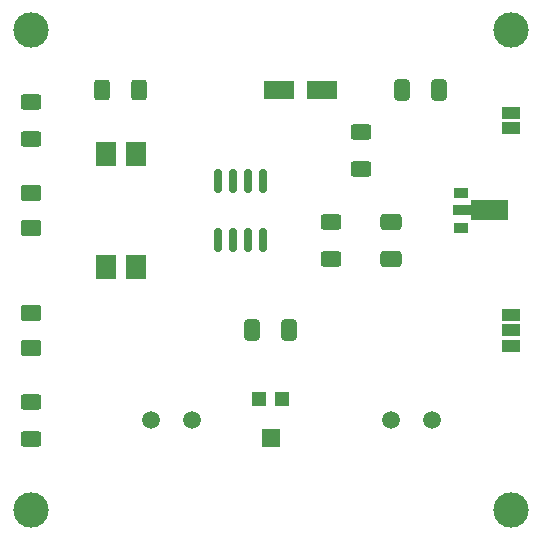
<source format=gts>
G04 #@! TF.GenerationSoftware,KiCad,Pcbnew,(6.0.6)*
G04 #@! TF.CreationDate,2023-01-14T11:23:39-07:00*
G04 #@! TF.ProjectId,PFCBoard,50464342-6f61-4726-942e-6b696361645f,rev?*
G04 #@! TF.SameCoordinates,Original*
G04 #@! TF.FileFunction,Soldermask,Top*
G04 #@! TF.FilePolarity,Negative*
%FSLAX46Y46*%
G04 Gerber Fmt 4.6, Leading zero omitted, Abs format (unit mm)*
G04 Created by KiCad (PCBNEW (6.0.6)) date 2023-01-14 11:23:39*
%MOMM*%
%LPD*%
G01*
G04 APERTURE LIST*
G04 Aperture macros list*
%AMRoundRect*
0 Rectangle with rounded corners*
0 $1 Rounding radius*
0 $2 $3 $4 $5 $6 $7 $8 $9 X,Y pos of 4 corners*
0 Add a 4 corners polygon primitive as box body*
4,1,4,$2,$3,$4,$5,$6,$7,$8,$9,$2,$3,0*
0 Add four circle primitives for the rounded corners*
1,1,$1+$1,$2,$3*
1,1,$1+$1,$4,$5*
1,1,$1+$1,$6,$7*
1,1,$1+$1,$8,$9*
0 Add four rect primitives between the rounded corners*
20,1,$1+$1,$2,$3,$4,$5,0*
20,1,$1+$1,$4,$5,$6,$7,0*
20,1,$1+$1,$6,$7,$8,$9,0*
20,1,$1+$1,$8,$9,$2,$3,0*%
%AMFreePoly0*
4,1,9,3.862500,-0.866500,0.737500,-0.866500,0.737500,-0.450000,-0.737500,-0.450000,-0.737500,0.450000,0.737500,0.450000,0.737500,0.866500,3.862500,0.866500,3.862500,-0.866500,3.862500,-0.866500,$1*%
G04 Aperture macros list end*
%ADD10C,3.000000*%
%ADD11R,1.500000X1.000000*%
%ADD12RoundRect,0.250000X0.412500X0.650000X-0.412500X0.650000X-0.412500X-0.650000X0.412500X-0.650000X0*%
%ADD13RoundRect,0.250000X-0.625000X0.400000X-0.625000X-0.400000X0.625000X-0.400000X0.625000X0.400000X0*%
%ADD14RoundRect,0.250000X0.650000X-0.412500X0.650000X0.412500X-0.650000X0.412500X-0.650000X-0.412500X0*%
%ADD15R,1.200000X1.200000*%
%ADD16R,1.600000X1.500000*%
%ADD17RoundRect,0.250000X-1.050000X-0.550000X1.050000X-0.550000X1.050000X0.550000X-1.050000X0.550000X0*%
%ADD18C,1.500000*%
%ADD19R,1.780000X2.000000*%
%ADD20RoundRect,0.250000X0.400000X0.625000X-0.400000X0.625000X-0.400000X-0.625000X0.400000X-0.625000X0*%
%ADD21RoundRect,0.250001X-0.624999X0.462499X-0.624999X-0.462499X0.624999X-0.462499X0.624999X0.462499X0*%
%ADD22RoundRect,0.250001X0.624999X-0.462499X0.624999X0.462499X-0.624999X0.462499X-0.624999X-0.462499X0*%
%ADD23RoundRect,0.150000X-0.150000X0.825000X-0.150000X-0.825000X0.150000X-0.825000X0.150000X0.825000X0*%
%ADD24R,1.300000X0.900000*%
%ADD25FreePoly0,0.000000*%
G04 APERTURE END LIST*
D10*
X205740000Y-127000000D03*
D11*
X205740000Y-110460000D03*
X205740000Y-111760000D03*
X205740000Y-113060000D03*
D12*
X199682500Y-91440000D03*
X196557500Y-91440000D03*
D13*
X165100000Y-117830000D03*
X165100000Y-120930000D03*
D10*
X165100000Y-127000000D03*
D13*
X165100000Y-92430000D03*
X165100000Y-95530000D03*
D10*
X205740000Y-86360000D03*
D14*
X195580000Y-105702500D03*
X195580000Y-102577500D03*
D15*
X186420000Y-117580000D03*
D16*
X185420000Y-120830000D03*
D15*
X184420000Y-117580000D03*
D17*
X186160000Y-91440000D03*
X189760000Y-91440000D03*
D18*
X195580000Y-119380000D03*
X199080000Y-119380000D03*
D19*
X173990000Y-96835000D03*
X171450000Y-96835000D03*
X171450000Y-106365000D03*
X173990000Y-106365000D03*
D10*
X165100000Y-86360000D03*
D13*
X193040000Y-94970000D03*
X193040000Y-98070000D03*
D20*
X174270000Y-91440000D03*
X171170000Y-91440000D03*
D21*
X165100000Y-100112500D03*
X165100000Y-103087500D03*
D22*
X165100000Y-113247500D03*
X165100000Y-110272500D03*
D13*
X190500000Y-102590000D03*
X190500000Y-105690000D03*
D18*
X175260000Y-119380000D03*
X178760000Y-119380000D03*
D23*
X184785000Y-99125000D03*
X183515000Y-99125000D03*
X182245000Y-99125000D03*
X180975000Y-99125000D03*
X180975000Y-104075000D03*
X182245000Y-104075000D03*
X183515000Y-104075000D03*
X184785000Y-104075000D03*
D11*
X205740000Y-93330000D03*
X205740000Y-94630000D03*
D12*
X186982500Y-111760000D03*
X183857500Y-111760000D03*
D24*
X201550000Y-100100000D03*
D25*
X201637500Y-101600000D03*
D24*
X201550000Y-103100000D03*
M02*

</source>
